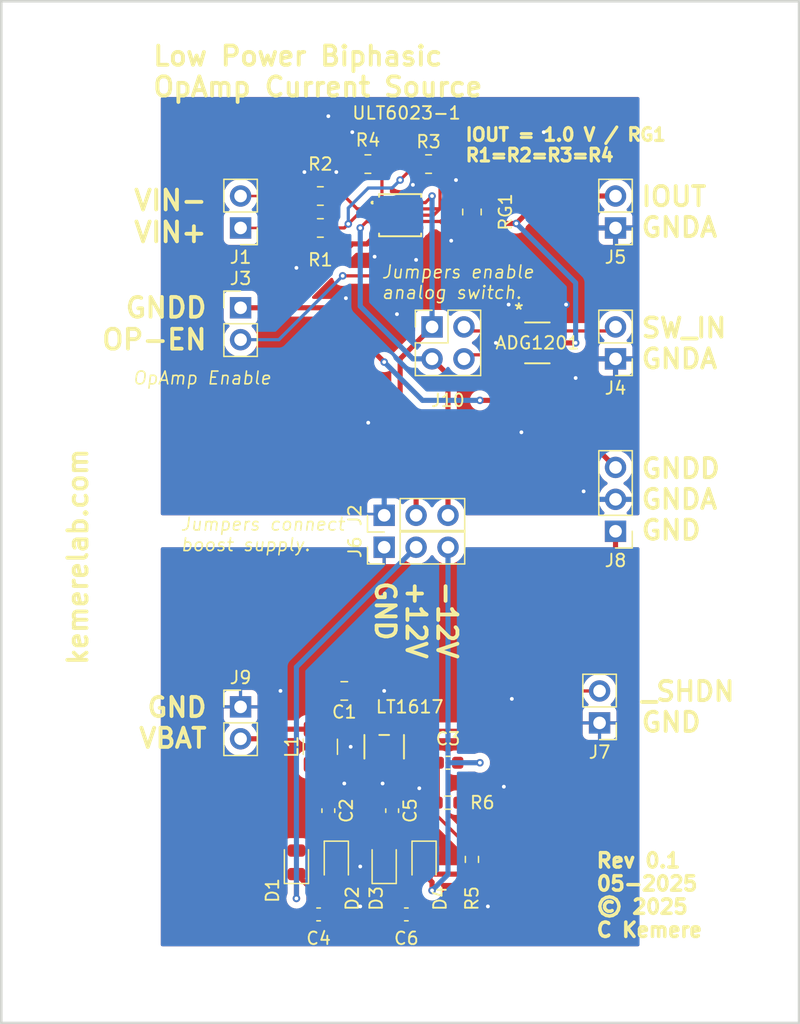
<source format=kicad_pcb>
(kicad_pcb (version 20240108) (generator "pcbnew") (generator_version "8.0")
  (layers (0 "F.Cu" signal) (31 "B.Cu" signal) (34 "B.Paste" user) (35 "F.Paste" user) (36 "B.SilkS" user "B.Silkscreen") (37 "F.SilkS" user "F.Silkscreen") (38 "B.Mask" user) (39 "F.Mask" user) (44 "Edge.Cuts" user))
  (net 0 "")
  (net 1 "GND")
  (net 2 "Net-(D1-A)")
  (net 3 "SW")
  (net 4 "VBOOST-12")
  (net 5 "NFB")
  (net 6 "VBOOST+12")
  (net 7 "Net-(D3-A)")
  (net 8 "VIN+")
  (net 9 "VIN-")
  (net 10 "IOUT")
  (net 11 "-12V")
  (net 12 "GNDD")
  (net 13 "EN")
  (net 14 "+12V")
  (net 15 "GNDA")
  (net 16 "SW_IN")
  (net 17 "_SHDN")
  (net 18 "VBAT")
  (net 19 "Net-(ADG1201-VDD)")
  (net 20 "Net-(ADG1201-VSS)")
  (net 21 "Net-(ULT6023-1-+INA)")
  (net 22 "Net-(ULT6023-1--INA)")
  (net 23 "Net-(ULT6023-1--INB)")
  (net 24 "Net-(ULT6023-1-OUTA)")
  (footprint "Resistor_SMD:R_0805_2012Metric" (layer "F.Cu") (at 92.685 51.054 180)
    (property "Reference" "R4" (at 0 1.905 0) (layer "F.SilkS"))
    (property "Value" "100k")
    (fp_line (start -0.227064 0.735) (end 0.227064 0.735) (stroke (width 0.12)) (layer "F.SilkS"))
    (fp_line (start -0.227064 -0.735) (end 0.227064 -0.735) (stroke (width 0.12)) (layer "F.SilkS"))
    (pad "1" smd roundrect (at -0.9125 0 180) (size 1.025 1.4) (layers "F.Cu" "F.Paste" "F.Mask") (roundrect_rratio 0.243902) (net 24 "Net-(ULT6023-1-OUTA)"))
    (pad "2" smd roundrect (at 0.9125 0 180) (size 1.025 1.4) (layers "F.Cu" "F.Paste" "F.Mask") (roundrect_rratio 0.243902) (net 22 "Net-(ULT6023-1--INA)"))
  )
  (footprint "Diode_SMD:D_0805_2012Metric" (layer "F.Cu") (at 97.155 106.6015 -90)
    (property "Reference" "D4" (at 2.8725 -1.27 90) (layer "F.SilkS"))
    (property "Value" "D_Schottky")
    (fp_line (start -1.685 0.96) (end 1 0.96) (stroke (width 0.12)) (layer "F.SilkS"))
    (fp_line (start -1.685 -0.96) (end -1.685 0.96) (stroke (width 0.12)) (layer "F.SilkS"))
    (fp_line (start 1 -0.96) (end -1.685 -0.96) (stroke (width 0.12)) (layer "F.SilkS"))
    (pad "1" smd roundrect (at -0.9375 0 270) (size 0.975 1.4) (layers "F.Cu" "F.Paste" "F.Mask") (net 7 "Net-(D3-A)"))
    (pad "2" smd roundrect (at 0.9375 0 270) (size 0.975 1.4) (layers "F.Cu" "F.Paste" "F.Mask") (net 4 "VBOOST-12"))
  )
  (footprint "Resistor_SMD:R_0603_1608Metric" (layer "F.Cu") (at 100.965 106.369 90)
    (property "Reference" "R5" (at -3.105 0 90) (layer "F.SilkS"))
    (property "Value" "210k")
    (fp_line (start -0.237258 -0.5225) (end 0.237258 -0.5225) (stroke (width 0.12)) (layer "F.SilkS"))
    (fp_line (start -0.237258 0.5225) (end 0.237258 0.5225) (stroke (width 0.12)) (layer "F.SilkS"))
    (pad "1" smd roundrect (at -0.825 0 90) (size 0.8 0.95) (layers "F.Cu" "F.Paste" "F.Mask") (net 4 "VBOOST-12"))
    (pad "2" smd roundrect (at 0.825 0 90) (size 0.8 0.95) (layers "F.Cu" "F.Paste" "F.Mask") (net 5 "NFB"))
  )
  (footprint "Diode_SMD:D_0805_2012Metric" (layer "F.Cu") (at 90.17 106.6015 -90)
    (property "Reference" "D2" (at 2.8725 -1.27 90) (layer "F.SilkS"))
    (property "Value" "D_Schottky")
    (fp_line (start -1.685 0.96) (end 1 0.96) (stroke (width 0.12)) (layer "F.SilkS"))
    (fp_line (start -1.685 -0.96) (end -1.685 0.96) (stroke (width 0.12)) (layer "F.SilkS"))
    (fp_line (start 1 -0.96) (end -1.685 -0.96) (stroke (width 0.12)) (layer "F.SilkS"))
    (pad "1" smd roundrect (at -0.9375 0 270) (size 0.975 1.4) (layers "F.Cu" "F.Paste" "F.Mask") (net 2 "Net-(D1-A)"))
    (pad "2" smd roundrect (at 0.9375 0 270) (size 0.975 1.4) (layers "F.Cu" "F.Paste" "F.Mask") (net 1 "GND"))
  )
  (footprint "Capacitor_SMD:C_0805_2012Metric" (layer "F.Cu") (at 90.805 92.964 180)
    (property "Reference" "C1" (at 0 -1.68 0) (layer "F.SilkS"))
    (property "Value" "4.7uF")
    (fp_line (start -0.261252 0.735) (end 0.261252 0.735) (stroke (width 0.12)) (layer "F.SilkS"))
    (fp_line (start -0.261252 -0.735) (end 0.261252 -0.735) (stroke (width 0.12)) (layer "F.SilkS"))
    (pad "1" smd roundrect (at -0.95 0 180) (size 1 1.45) (layers "F.Cu" "F.Paste" "F.Mask") (net 1 "GND"))
    (pad "2" smd roundrect (at 0.95 0 180) (size 1 1.45) (layers "F.Cu" "F.Paste" "F.Mask") (net 18 "VBAT"))
  )
  (footprint "Connector_PinHeader_2.54mm:PinHeader_1x02_P2.54mm_Vertical" (layer "F.Cu") (at 112.395 56.134 180)
    (property "Reference" "J5" (at 0 -2.33 0) (layer "F.SilkS"))
    (property "Value" "Conn_01x02_Pin")
    (fp_line (start 1.33 1.27) (end 1.33 3.87) (stroke (width 0.12)) (layer "F.SilkS"))
    (fp_line (start -1.33 3.87) (end 1.33 3.87) (stroke (width 0.12)) (layer "F.SilkS"))
    (fp_line (start -1.33 1.27) (end 1.33 1.27) (stroke (width 0.12)) (layer "F.SilkS"))
    (fp_line (start -1.33 1.27) (end -1.33 3.87) (stroke (width 0.12)) (layer "F.SilkS"))
    (fp_line (start -1.33 0) (end -1.33 -1.33) (stroke (width 0.12)) (layer "F.SilkS"))
    (fp_line (start -1.33 -1.33) (end 0 -1.33) (stroke (width 0.12)) (layer "F.SilkS"))
    (pad "1" thru_hole rect (at 0 0 180) (size 1.7 1.7) (drill 1) (layers "*.Cu" "*.Mask") (net 15 "GNDA"))
    (pad "2" thru_hole oval (at 0 2.54 180) (size 1.7 1.7) (drill 1) (layers "*.Cu" "*.Mask") (net 10 "IOUT"))
  )
  (footprint "StiMo:S_5_ADI" (layer "F.Cu") (at 93.98 97.409 90)
    (property "Reference" "LT1617" (at 3.175 2.032 0) (layer "F.SilkS"))
    (property "Value" "LT1617")
    (fp_line (start 0.9398 -1.5748) (end -0.9398 -1.5748) (stroke (width 0.1524)) (layer "F.SilkS"))
    (fp_line (start 0.9398 0.388661) (end 0.9398 -0.388661) (stroke (width 0.1524)) (layer "F.SilkS"))
    (fp_line (start -0.9398 1.5748) (end 0.9398 1.5748) (stroke (width 0.1524)) (layer "F.SilkS"))
    (pad "1" smd rect (at -1.31 -0.950001 90) (size 1.2192 0.4572) (layers "F.Cu" "F.Paste" "F.Mask") (net 3 "SW"))
    (pad "2" smd oval (at -1.31 0 90) (size 1.2192 0.4572) (layers "F.Cu" "F.Paste" "F.Mask") (net 1 "GND"))
    (pad "3" smd oval (at -1.31 0.950001 90) (size 1.2192 0.4572) (layers "F.Cu" "F.Paste" "F.Mask") (net 5 "NFB"))
    (pad "4" smd oval (at 1.31 0.950001 90) (size 1.2192 0.4572) (layers "F.Cu" "F.Paste" "F.Mask") (net 17 "_SHDN"))
    (pad "5" smd oval (at 1.31 -0.950001 90) (size 1.2192 0.4572) (layers "F.Cu" "F.Paste" "F.Mask") (net 18 "VBAT"))
  )
  (footprint "Connector_PinHeader_2.54mm:PinHeader_1x02_P2.54mm_Vertical" (layer "F.Cu") (at 82.55 62.484)
    (property "Reference" "J3" (at 0 -2.33 0) (layer "F.SilkS"))
    (property "Value" "Conn_01x02_Pin")
    (fp_line (start -1.33 -1.33) (end 0 -1.33) (stroke (width 0.12)) (layer "F.SilkS"))
    (fp_line (start -1.33 0) (end -1.33 -1.33) (stroke (width 0.12)) (layer "F.SilkS"))
    (fp_line (start -1.33 1.27) (end -1.33 3.87) (stroke (width 0.12)) (layer "F.SilkS"))
    (fp_line (start -1.33 1.27) (end 1.33 1.27) (stroke (width 0.12)) (layer "F.SilkS"))
    (fp_line (start -1.33 3.87) (end 1.33 3.87) (stroke (width 0.12)) (layer "F.SilkS"))
    (fp_line (start 1.33 1.27) (end 1.33 3.87) (stroke (width 0.12)) (layer "F.SilkS"))
    (pad "1" thru_hole rect (at 0 0) (size 1.7 1.7) (drill 1) (layers "*.Cu" "*.Mask") (net 12 "GNDD"))
    (pad "2" thru_hole oval (at 0 2.54) (size 1.7 1.7) (drill 1) (layers "*.Cu" "*.Mask") (net 13 "EN"))
  )
  (footprint "Diode_SMD:D_0805_2012Metric" (layer "F.Cu") (at 86.995 106.6015 90)
    (property "Reference" "D1" (at -2.2375 -1.905 90) (layer "F.SilkS"))
    (property "Value" "D_Schottky")
    (fp_line (start 1 -0.96) (end -1.685 -0.96) (stroke (width 0.12)) (layer "F.SilkS"))
    (fp_line (start -1.685 -0.96) (end -1.685 0.96) (stroke (width 0.12)) (layer "F.SilkS"))
    (fp_line (start -1.685 0.96) (end 1 0.96) (stroke (width 0.12)) (layer "F.SilkS"))
    (pad "1" smd roundrect (at -0.9375 0 90) (size 0.975 1.4) (layers "F.Cu" "F.Paste" "F.Mask") (net 6 "VBOOST+12"))
    (pad "2" smd roundrect (at 0.9375 0 90) (size 0.975 1.4) (layers "F.Cu" "F.Paste" "F.Mask") (net 2 "Net-(D1-A)"))
  )
  (footprint "Connector_PinHeader_2.54mm:PinHeader_1x02_P2.54mm_Vertical" (layer "F.Cu") (at 82.55 56.134 180)
    (property "Reference" "J1" (at 0 -2.33 0) (layer "F.SilkS"))
    (property "Value" "Conn_01x02_Pin")
    (fp_line (start 1.33 1.27) (end 1.33 3.87) (stroke (width 0.12)) (layer "F.SilkS"))
    (fp_line (start -1.33 3.87) (end 1.33 3.87) (stroke (width 0.12)) (layer "F.SilkS"))
    (fp_line (start -1.33 1.27) (end 1.33 1.27) (stroke (width 0.12)) (layer "F.SilkS"))
    (fp_line (start -1.33 1.27) (end -1.33 3.87) (stroke (width 0.12)) (layer "F.SilkS"))
    (fp_line (start -1.33 0) (end -1.33 -1.33) (stroke (width 0.12)) (layer "F.SilkS"))
    (fp_line (start -1.33 -1.33) (end 0 -1.33) (stroke (width 0.12)) (layer "F.SilkS"))
    (pad "1" thru_hole rect (at 0 0 180) (size 1.7 1.7) (drill 1) (layers "*.Cu" "*.Mask") (net 8 "VIN+"))
    (pad "2" thru_hole oval (at 0 2.54 180) (size 1.7 1.7) (drill 1) (layers "*.Cu" "*.Mask") (net 9 "VIN-"))
  )
  (footprint "Resistor_SMD:R_0805_2012Metric" (layer "F.Cu") (at 88.9 56.134)
    (property "Reference" "R1" (at 0 2.54 0) (layer "F.SilkS"))
    (property "Value" "100k")
    (fp_line (start -0.227064 -0.735) (end 0.227064 -0.735) (stroke (width 0.12)) (layer "F.SilkS"))
    (fp_line (start -0.227064 0.735) (end 0.227064 0.735) (stroke (width 0.12)) (layer "F.SilkS"))
    (pad "1" smd roundrect (at -0.9125 0) (size 1.025 1.4) (layers "F.Cu" "F.Paste" "F.Mask") (roundrect_rratio 0.243902) (net 8 "VIN+"))
    (pad "2" smd roundrect (at 0.9125 0) (size 1.025 1.4) (layers "F.Cu" "F.Paste" "F.Mask") (roundrect_rratio 0.243902) (net 21 "Net-(ULT6023-1-+INA)"))
  )
  (footprint "Capacitor_SMD:C_0603_1608Metric" (layer "F.Cu") (at 89.535 102.489 -90)
    (property "Reference" "C2" (at 0 -1.43 90) (layer "F.SilkS"))
    (property "Value" "1uF")
    (fp_line (start -0.14058 0.51) (end 0.14058 0.51) (stroke (width 0.12)) (layer "F.SilkS"))
    (fp_line (start -0.14058 -0.51) (end 0.14058 -0.51) (stroke (width 0.12)) (layer "F.SilkS"))
    (pad "1" smd roundrect (at -0.775 0 270) (size 0.9 0.95) (layers "F.Cu" "F.Paste" "F.Mask") (net 3 "SW"))
    (pad "2" smd roundrect (at 0.775 0 270) (size 0.9 0.95) (layers "F.Cu" "F.Paste" "F.Mask") (net 2 "Net-(D1-A)"))
  )
  (footprint "Capacitor_SMD:C_0603_1608Metric" (layer "F.Cu") (at 94.615 102.489 -90)
    (property "Reference" "C5" (at 0 -1.43 90) (layer "F.SilkS"))
    (property "Value" "1uF")
    (fp_line (start -0.14058 0.51) (end 0.14058 0.51) (stroke (width 0.12)) (layer "F.SilkS"))
    (fp_line (start -0.14058 -0.51) (end 0.14058 -0.51) (stroke (width 0.12)) (layer "F.SilkS"))
    (pad "1" smd roundrect (at -0.775 0 270) (size 0.9 0.95) (layers "F.Cu" "F.Paste" "F.Mask") (net 3 "SW"))
    (pad "2" smd roundrect (at 0.775 0 270) (size 0.9 0.95) (layers "F.Cu" "F.Paste" "F.Mask") (net 7 "Net-(D3-A)"))
  )
  (footprint "Connector_PinHeader_2.54mm:PinHeader_1x02_P2.54mm_Vertical" (layer "F.Cu") (at 112.395 66.548 180)
    (property "Reference" "J4" (at 0 -2.33 0) (layer "F.SilkS"))
    (property "Value" "Conn_01x02_Pin")
    (fp_line (start 1.33 1.27) (end 1.33 3.87) (stroke (width 0.12)) (layer "F.SilkS"))
    (fp_line (start -1.33 3.87) (end 1.33 3.87) (stroke (width 0.12)) (layer "F.SilkS"))
    (fp_line (start -1.33 1.27) (end 1.33 1.27) (stroke (width 0.12)) (layer "F.SilkS"))
    (fp_line (start -1.33 1.27) (end -1.33 3.87) (stroke (width 0.12)) (layer "F.SilkS"))
    (fp_line (start -1.33 0) (end -1.33 -1.33) (stroke (width 0.12)) (layer "F.SilkS"))
    (fp_line (start -1.33 -1.33) (end 0 -1.33) (stroke (width 0.12)) (layer "F.SilkS"))
    (pad "1" thru_hole rect (at 0 0 180) (size 1.7 1.7) (drill 1) (layers "*.Cu" "*.Mask") (net 15 "GNDA"))
    (pad "2" thru_hole oval (at 0 2.54 180) (size 1.7 1.7) (drill 1) (layers "*.Cu" "*.Mask") (net 16 "SW_IN"))
  )
  (footprint "Diode_SMD:D_0805_2012Metric" (layer "F.Cu") (at 93.98 106.6015 90)
    (property "Reference" "D3" (at -2.8725 -0.635 90) (layer "F.SilkS"))
    (property "Value" "D_Schottky")
    (fp_line (start 1 -0.96) (end -1.685 -0.96) (stroke (width 0.12)) (layer "F.SilkS"))
    (fp_line (start -1.685 -0.96) (end -1.685 0.96) (stroke (width 0.12)) (layer "F.SilkS"))
    (fp_line (start -1.685 0.96) (end 1 0.96) (stroke (width 0.12)) (layer "F.SilkS"))
    (pad "1" smd roundrect (at -0.9375 0 90) (size 0.975 1.4) (layers "F.Cu" "F.Paste" "F.Mask") (net 1 "GND"))
    (pad "2" smd roundrect (at 0.9375 0 90) (size 0.975 1.4) (layers "F.Cu" "F.Paste" "F.Mask") (net 7 "Net-(D3-A)"))
  )
  (footprint "Connector_PinHeader_2.54mm:PinHeader_1x02_P2.54mm_Vertical" (layer "F.Cu") (at 82.55 94.234)
    (property "Reference" "J9" (at 0 -2.33 0) (layer "F.SilkS"))
    (property "Value" "Conn_01x02_Pin")
    (fp_line (start -1.33 -1.33) (end 0 -1.33) (stroke (width 0.12)) (layer "F.SilkS"))
    (fp_line (start -1.33 0) (end -1.33 -1.33) (stroke (width 0.12)) (layer "F.SilkS"))
    (fp_line (start -1.33 1.27) (end -1.33 3.87) (stroke (width 0.12)) (layer "F.SilkS"))
    (fp_line (start -1.33 1.27) (end 1.33 1.27) (stroke (width 0.12)) (layer "F.SilkS"))
    (fp_line (start -1.33 3.87) (end 1.33 3.87) (stroke (width 0.12)) (layer "F.SilkS"))
    (fp_line (start 1.33 1.27) (end 1.33 3.87) (stroke (width 0.12)) (layer "F.SilkS"))
    (pad "1" thru_hole rect (at 0 0) (size 1.7 1.7) (drill 1) (layers "*.Cu" "*.Mask") (net 1 "GND"))
    (pad "2" thru_hole oval (at 0 2.54) (size 1.7 1.7) (drill 1) (layers "*.Cu" "*.Mask") (net 18 "VBAT"))
  )
  (footprint "Connector_PinHeader_2.54mm:PinHeader_2x02_P2.54mm_Vertical" (layer "F.Cu") (at 97.79 64.008)
    (property "Reference" "J10" (at 1.27 5.842 0) (layer "F.SilkS"))
    (property "Value" "Conn_02x02_Odd_Even")
    (fp_line (start -1.33 -1.33) (end 0 -1.33) (stroke (width 0.12)) (layer "F.SilkS"))
    (fp_line (start -1.33 0) (end -1.33 -1.33) (stroke (width 0.12)) (layer "F.SilkS"))
    (fp_line (start -1.33 1.27) (end -1.33 3.87) (stroke (width 0.12)) (layer "F.SilkS"))
    (fp_line (start -1.33 1.27) (end 1.27 1.27) (stroke (width 0.12)) (layer "F.SilkS"))
    (fp_line (start -1.33 3.87) (end 3.87 3.87) (stroke (width 0.12)) (layer "F.SilkS"))
    (fp_line (start 1.27 -1.33) (end 3.87 -1.33) (stroke (width 0.12)) (layer "F.SilkS"))
    (fp_line (start 1.27 1.27) (end 1.27 -1.33) (stroke (width 0.12)) (layer "F.SilkS"))
    (fp_line (start 3.87 -1.33) (end 3.87 3.87) (stroke (width 0.12)) (layer "F.SilkS"))
    (pad "1" thru_hole rect (at 0 0) (size 1.7 1.7) (drill 1) (layers "*.Cu" "*.Mask") (net 14 "+12V"))
    (pad "2" thru_hole oval (at 2.54 0) (size 1.7 1.7) (drill 1) (layers "*.Cu" "*.Mask") (net 19 "Net-(ADG1201-VDD)"))
    (pad "3" thru_hole oval (at 0 2.54) (size 1.7 1.7) (drill 1) (layers "*.Cu" "*.Mask") (net 11 "-12V"))
    (pad "4" thru_hole oval (at 2.54 2.54) (size 1.7 1.7) (drill 1) (layers "*.Cu" "*.Mask") (net 20 "Net-(ADG1201-VSS)"))
  )
  (footprint "Resistor_SMD:R_0603_1608Metric" (layer "F.Cu") (at 99.06 101.854)
    (property "Reference" "R6" (at 2.73 0 0) (layer "F.SilkS"))
    (property "Value" "24.9k")
    (fp_line (start -0.237258 -0.5225) (end 0.237258 -0.5225) (stroke (width 0.12)) (layer "F.SilkS"))
    (fp_line (start -0.237258 0.5225) (end 0.237258 0.5225) (stroke (width 0.12)) (layer "F.SilkS"))
    (pad "1" smd roundrect (at -0.825 0) (size 0.8 0.95) (layers "F.Cu" "F.Paste" "F.Mask") (net 5 "NFB"))
    (pad "2" smd roundrect (at 0.825 0) (size 0.8 0.95) (layers "F.Cu" "F.Paste" "F.Mask") (net 1 "GND"))
  )
  (footprint "Capacitor_SMD:C_0603_1608Metric" (layer "F.Cu") (at 99.06 98.679 180)
    (property "Reference" "C3" (at 0 1.905 0) (layer "F.SilkS"))
    (property "Value" "100pF")
    (fp_line (start -0.14058 0.51) (end 0.14058 0.51) (stroke (width 0.12)) (layer "F.SilkS"))
    (fp_line (start -0.14058 -0.51) (end 0.14058 -0.51) (stroke (width 0.12)) (layer "F.SilkS"))
    (pad "1" smd roundrect (at -0.775 0 180) (size 0.9 0.95) (layers "F.Cu" "F.Paste" "F.Mask") (net 4 "VBOOST-12"))
    (pad "2" smd roundrect (at 0.775 0 180) (size 0.9 0.95) (layers "F.Cu" "F.Paste" "F.Mask") (net 5 "NFB"))
  )
  (footprint "Capacitor_SMD:C_0603_1608Metric" (layer "F.Cu") (at 95.745 110.744 180)
    (property "Reference" "C6" (at 0 -1.905 0) (layer "F.SilkS"))
    (property "Value" "1uF")
    (fp_line (start -0.14058 0.51) (end 0.14058 0.51) (stroke (width 0.12)) (layer "F.SilkS"))
    (fp_line (start -0.14058 -0.51) (end 0.14058 -0.51) (stroke (width 0.12)) (layer "F.SilkS"))
    (pad "1" smd roundrect (at -0.775 0 180) (size 0.9 0.95) (layers "F.Cu" "F.Paste" "F.Mask") (net 4 "VBOOST-12"))
    (pad "2" smd roundrect (at 0.775 0 180) (size 0.9 0.95) (layers "F.Cu" "F.Paste" "F.Mask") (net 1 "GND"))
  )
  (footprint "Connector_PinHeader_2.54mm:PinHeader_1x03_P2.54mm_Vertical" (layer "F.Cu") (at 93.98 78.994 90)
    (property "Reference" "J2" (at 0 -2.33 90) (layer "F.SilkS"))
    (property "Value" "Conn_01x03_Pin")
    (fp_line (start -1.33 -1.33) (end 0 -1.33) (stroke (width 0.12)) (layer "F.SilkS"))
    (fp_line (start -1.33 0) (end -1.33 -1.33) (stroke (width 0.12)) (layer "F.SilkS"))
    (fp_line (start 1.33 1.27) (end 1.33 6.41) (stroke (width 0.12)) (layer "F.SilkS"))
    (fp_line (start -1.33 1.27) (end 1.33 1.27) (stroke (width 0.12)) (layer "F.SilkS"))
    (fp_line (start -1.33 1.27) (end -1.33 6.41) (stroke (width 0.12)) (layer "F.SilkS"))
    (fp_line (start -1.33 6.41) (end 1.33 6.41) (stroke (width 0.12)) (layer "F.SilkS"))
    (pad "1" thru_hole rect (at 0 0 90) (size 1.7 1.7) (drill 1) (layers "*.Cu" "*.Mask") (net 15 "GNDA"))
    (pad "2" thru_hole oval (at 0 2.54 90) (size 1.7 1.7) (drill 1) (layers "*.Cu" "*.Mask") (net 14 "+12V"))
    (pad "3" thru_hole oval (at 0 5.08 90) (size 1.7 1.7) (drill 1) (layers "*.Cu" "*.Mask") (net 11 "-12V"))
  )
  (footprint "Capacitor_SMD:C_0603_1608Metric" (layer "F.Cu") (at 88.76 110.744)
    (property "Reference" "C4" (at 0 1.905 0) (layer "F.SilkS"))
    (property "Value" "1uF")
    (fp_line (start -0.14058 -0.51) (end 0.14058 -0.51) (stroke (width 0.12)) (layer "F.SilkS"))
    (fp_line (start -0.14058 0.51) (end 0.14058 0.51) (stroke (width 0.12)) (layer "F.SilkS"))
    (pad "1" smd roundrect (at -0.775 0) (size 0.9 0.95) (layers "F.Cu" "F.Paste" "F.Mask") (net 6 "VBOOST+12"))
    (pad "2" smd roundrect (at 0.775 0) (size 0.9 0.95) (layers "F.Cu" "F.Paste" "F.Mask") (net 1 "GND"))
  )
  (footprint "Resistor_SMD:R_0805_2012Metric" (layer "F.Cu") (at 88.9 53.594)
    (property "Reference" "R2" (at 0 -2.54 0) (layer "F.SilkS"))
    (property "Value" "100k")
    (fp_line (start -0.227064 -0.735) (end 0.227064 -0.735) (stroke (width 0.12)) (layer "F.SilkS"))
    (fp_line (start -0.227064 0.735) (end 0.227064 0.735) (stroke (width 0.12)) (layer "F.SilkS"))
    (pad "1" smd roundrect (at -0.9125 0) (size 1.025 1.4) (layers "F.Cu" "F.Paste" "F.Mask") (roundrect_rratio 0.243902) (net 9 "VIN-"))
    (pad "2" smd roundrect (at 0.9125 0) (size 1.025 1.4) (layers "F.Cu" "F.Paste" "F.Mask") (roundrect_rratio 0.243902) (net 22 "Net-(ULT6023-1--INA)"))
  )
  (footprint "StiMo:DFN-10_DD_LIT" (layer "F.Cu") (at 95.25 55.118)
    (property "Reference" "ULT6023-1" (at 0.508 -8.128 0) (layer "F.SilkS"))
    (property "Value" "LT6023HDD-1-PBF")
    (fp_line (start -1.6764 -1.6764) (end -1.6764 -1.459741) (stroke (width 0.1524)) (layer "F.SilkS"))
    (fp_line (start -1.6764 1.459741) (end -1.6764 1.6764) (stroke (width 0.1524)) (layer "F.SilkS"))
    (fp_line (start -1.6764 1.6764) (end 1.6764 1.6764) (stroke (width 0.1524)) (layer "F.SilkS"))
    (fp_line (start 1.6764 -1.6764) (end -1.6764 -1.6764) (stroke (width 0.1524)) (layer "F.SilkS"))
    (fp_line (start 1.6764 -1.459741) (end 1.6764 -1.6764) (stroke (width 0.1524)) (layer "F.SilkS"))
    (fp_line (start 1.6764 1.6764) (end 1.6764 1.459741) (stroke (width 0.1524)) (layer "F.SilkS"))
    (fp_arc (start -2.18694 -0.926171) (mid -2.282 -1) (end -2.18694 -1.073829) (stroke (width 0.1524)) (layer "F.SilkS"))
    (pad "1" smd rect (at -1.4478 -1.000001) (size 0.8128 0.254) (layers "F.Cu" "F.Paste" "F.Mask") (net 24 "Net-(ULT6023-1-OUTA)"))
    (pad "2" smd rect (at -1.4478 -0.499999) (size 0.8128 0.254) (layers "F.Cu" "F.Paste" "F.Mask") (net 22 "Net-(ULT6023-1--INA)"))
    (pad "3" smd rect (at -1.4478 0) (size 0.8128 0.254) (layers "F.Cu" "F.Paste" "F.Mask") (net 21 "Net-(ULT6023-1-+INA)"))
    (pad "4" smd rect (at -1.4478 0.499999) (size 0.8128 0.254) (layers "F.Cu" "F.Paste" "F.Mask") (net 11 "-12V"))
    (pad "5" smd rect (at -1.4478 1.000001) (size 0.8128 0.254) (layers "F.Cu" "F.Paste" "F.Mask") (net 12 "GNDD"))
    (pad "6" smd rect (at 1.4478 1.000001) (size 0.8128 0.254) (layers "F.Cu" "F.Paste" "F.Mask") (net 13 "EN"))
    (pad "7" smd rect (at 1.4478 0.499999) (size 0.8128 0.254) (layers "F.Cu" "F.Paste" "F.Mask") (net 10 "IOUT"))
    (pad "8" smd rect (at 1.4478 0) (size 0.8128 0.254) (layers "F.Cu" "F.Paste" "F.Mask") (net 23 "Net-(ULT6023-1--INB)"))
    (pad "9" smd rect (at 1.4478 -0.499999) (size 0.8128 0.254) (layers "F.Cu" "F.Paste" "F.Mask") (net 23 "Net-(ULT6023-1--INB)"))
    (pad "10" smd rect (at 1.4478 -1.000001) (size 0.8128 0.254) (layers "F.Cu" "F.Paste" "F.Mask") (net 14 "+12V"))
    (pad "11" smd rect (at 0 0) (size 1.7526 2.4892) (layers "F.Cu" "F.Paste" "F.Mask") (net 11 "-12V"))
  )
  (footprint "Connector_PinHeader_2.54mm:PinHeader_1x02_P2.54mm_Vertical" (layer "F.Cu") (at 111.125 95.509 180)
    (property "Reference" "J7" (at 0 -2.33 0) (layer "F.SilkS"))
    (property "Value" "Conn_01x02_Pin")
    (fp_line (start 1.33 1.27) (end 1.33 3.87) (stroke (width 0.12)) (layer "F.SilkS"))
    (fp_line (start -1.33 3.87) (end 1.33 3.87) (stroke (width 0.12)) (layer "F.SilkS"))
    (fp_line (start -1.33 1.27) (end 1.33 1.27) (stroke (width 0.12)) (layer "F.SilkS"))
    (fp_line (start -1.33 1.27) (end -1.33 3.87) (stroke (width 0.12)) (layer "F.SilkS"))
    (fp_line (start -1.33 0) (end -1.33 -1.33) (stroke (width 0.12)) (layer "F.SilkS"))
    (fp_line (start -1.33 -1.33) (end 0 -1.33) (stroke (width 0.12)) (layer "F.SilkS"))
    (pad "1" thru_hole rect (at 0 0 180) (size 1.7 1.7) (drill 1) (layers "*.Cu" "*.Mask") (net 1 "GND"))
    (pad "2" thru_hole oval (at 0 2.54 180) (size 1.7 1.7) (drill 1) (layers "*.Cu" "*.Mask") (net 17 "_SHDN"))
  )
  (footprint "StiMo:RJ_6_ADI" (layer "F.Cu") (at 106.172 65.278)
    (property "Reference" "ADG1201" (at 0 0 0) (layer "F.SilkS"))
    (property "Value" "ADG1201")
    (fp_line (start -0.9779 1.6256) (end 0.9779 1.6256) (stroke (width 0.1524)) (layer "F.SilkS"))
    (fp_line (start 0.9779 -1.6256) (end -0.9779 -1.6256) (stroke (width 0.1524)) (layer "F.SilkS"))
    (fp_text user "*" (at -1.4732 -2.601 0) (layer "F.SilkS"))
    (fp_text user "*" (at -1.4732 -2.601 0) (layer "F.SilkS"))
    (pad "1" smd rect (at -1.2192 -0.950001) (size 1.27 0.508) (layers "F.Cu" "F.Paste" "F.Mask") (net 19 "Net-(ADG1201-VDD)"))
    (pad "2" smd rect (at -1.2192 0) (size 1.27 0.508) (layers "F.Cu" "F.Paste" "F.Mask") (net 15 "GNDA"))
    (pad "3" smd rect (at -1.2192 0.950001) (size 1.27 0.508) (layers "F.Cu" "F.Paste" "F.Mask") (net 20 "Net-(ADG1201-VSS)"))
    (pad "4" smd rect (at 1.2192 0.950001) (size 1.27 0.508) (layers "F.Cu" "F.Paste" "F.Mask") (net 15 "GNDA"))
    (pad "5" smd rect (at 1.2192 0) (size 1.27 0.508) (layers "F.Cu" "F.Paste" "F.Mask") (net 10 "IOUT"))
    (pad "6" smd rect (at 1.2192 -0.950001) (size 1.27 0.508) (layers "F.Cu" "F.Paste" "F.Mask") (net 16 "SW_IN"))
  )
  (footprint "Resistor_SMD:R_0805_2012Metric" (layer "F.Cu") (at 97.5125 51.054 180)
    (property "Reference" "R3" (at 0 1.778 0) (layer "F.SilkS"))
    (property "Value" "100k")
    (fp_line (start -0.227064 0.735) (end 0.227064 0.735) (stroke (width 0.12)) (layer "F.SilkS"))
    (fp_line (start -0.227064 -0.735) (end 0.227064 -0.735) (stroke (width 0.12)) (layer "F.SilkS"))
    (pad "1" smd roundrect (at -0.9125 0 180) (size 1.025 1.4) (layers "F.Cu" "F.Paste" "F.Mask") (roundrect_rratio 0.243902) (net 23 "Net-(ULT6023-1--INB)"))
    (pad "2" smd roundrect (at 0.9125 0 180) (size 1.025 1.4) (layers "F.Cu" "F.Paste" "F.Mask") (roundrect_rratio 0.243902) (net 21 "Net-(ULT6023-1-+INA)"))
  )
  (footprint "Inductor_SMD:L_1210_3225Metric" (layer "F.Cu") (at 88.9 97.409 90)
    (property "Reference" "L1" (at 0 -2.28 90) (layer "F.SilkS"))
    (property "Value" "22uH")
    (fp_line (start -0.602064 -1.36) (end 0.602064 -1.36) (stroke (width 0.12)) (layer "F.SilkS"))
    (fp_line (start -0.602064 1.36) (end 0.602064 1.36) (stroke (width 0.12)) (layer "F.SilkS"))
    (pad "1" smd roundrect (at -1.4 0 90) (size 1.25 2.65) (layers "F.Cu" "F.Paste" "F.Mask") (roundrect_rratio 0.2) (net 3 "SW"))
    (pad "2" smd roundrect (at 1.4 0 90) (size 1.25 2.65) (layers "F.Cu" "F.Paste" "F.Mask") (roundrect_rratio 0.2) (net 18 "VBAT"))
  )
  (footprint "Resistor_SMD:R_0805_2012Metric" (layer "F.Cu") (at 100.965 54.864 90)
    (property "Reference" "RG1" (at 0 2.667 90) (layer "F.SilkS"))
    (property "Value" "10k")
    (fp_line (start -0.227064 -0.735) (end 0.227064 -0.735) (stroke (width 0.12)) (layer "F.SilkS"))
    (fp_line (start -0.227064 0.735) (end 0.227064 0.735) (stroke (width 0.12)) (layer "F.SilkS"))
    (pad "1" smd roundrect (at -0.9125 0 90) (size 1.025 1.4) (layers "F.Cu" "F.Paste" "F.Mask") (roundrect_rratio 0.243902) (net 10 "IOUT"))
    (pad "2" smd roundrect (at 0.9125 0 90) (size 1.025 1.4) (layers "F.Cu" "F.Paste" "F.Mask") (roundrect_rratio 0.243902) (net 24 "Net-(ULT6023-1-OUTA)"))
  )
  (footprint "Connector_PinHeader_2.54mm:PinHeader_1x03_P2.54mm_Vertical" (layer "F.Cu") (at 112.395 80.264 180)
    (property "Reference" "J8" (at 0 -2.33 0) (layer "F.SilkS"))
    (property "Value" "Conn_01x03_Pin")
    (fp_line (start 1.33 1.27) (end 1.33 6.41) (stroke (width 0.12)) (layer "F.SilkS"))
    (fp_line (start -1.33 6.41) (end 1.33 6.41) (stroke (width 0.12)) (layer "F.SilkS"))
    (fp_line (start -1.33 1.27) (end 1.33 1.27) (stroke (width 0.12)) (layer "F.SilkS"))
    (fp_line (start -1.33 1.27) (end -1.33 6.41) (stroke (width 0.12)) (layer "F.SilkS"))
    (fp_line (start -1.33 0) (end -1.33 -1.33) (stroke (width 0.12)) (layer "F.SilkS"))
    (fp_line (start -1.33 -1.33) (end 0 -1.33) (stroke (width 0.12)) (layer "F.SilkS"))
    (pad "1" thru_hole rect (at 0 0 180) (size 1.7 1.7) (drill 1) (layers "*.Cu" "*.Mask") (net 1 "GND"))
    (pad "2" thru_hole oval (at 0 2.54 180) (size 1.7 1.7) (drill 1) (layers "*.Cu" "*.Mask") (net 15 "GNDA"))
    (pad "3" thru_hole oval (at 0 5.08 180) (size 1.7 1.7) (drill 1) (layers "*.Cu" "*.Mask") (net 12 "GNDD"))
  )
  (footprint "Connector_PinHeader_2.54mm:PinHeader_1x03_P2.54mm_Vertical" (layer "F.Cu") (at 93.98 81.534 90)
    (property "Reference" "J6" (at 0 -2.33 90) (layer "F.SilkS"))
    (property "Value" "Conn_01x03_Pin")
    (fp_line (start -1.33 -1.33) (end 0 -1.33) (stroke (width 0.12)) (layer "F.SilkS"))
    (fp_line (start -1.33 0) (end -1.33 -1.33) (stroke (width 0.12)) (layer "F.SilkS"))
    (fp_line (start 1.33 1.27) (end 1.33 6.41) (stroke (width 0.12)) (layer "F.SilkS"))
    (fp_line (start -1.33 1.27) (end 1.33 1.27) (stroke (width 0.12)) (layer "F.SilkS"))
    (fp_line (start -1.33 1.27) (end -1.33 6.41) (stroke (width 0.12)) (layer "F.SilkS"))
    (fp_line (start -1.33 6.41) (end 1.33 6.41) (stroke (width 0.12)) (layer "F.SilkS"))
    (pad "1" thru_hole rect (at 0 0 90) (size 1.7 1.7) (drill 1) (layers "*.Cu" "*.Mask") (net 1 "GND"))
    (pad "2" thru_hole oval (at 0 2.54 90) (size 1.7 1.7) (drill 1) (layers "*.Cu" "*.Mask") (net 6 "VBOOST+12"))
    (pad "3" thru_hole oval (at 0 5.08 90) (size 1.7 1.7) (drill 1) (layers "*.Cu" "*.Mask") (net 4 "VBOOST-12"))
  )
  (gr_rect (start 63.5 38.1) (end 127 119.38) (stroke (width 0.2)) (fill none) (layer "Edge.Cuts"))
  (gr_text "VIN-\nVIN+" (at 80.01 57.404 0) (layer "F.SilkS") (effects (font (size 1.5748 1.5748) (thickness 0.3048) (bold yes)) (justify right bottom)))
  (gr_text "IOUT\nGNDA" (at 114.3 54.864 0) (layer "F.SilkS") (effects (font (size 1.524 1.524) (thickness 0.3048) (bold yes)) (justify left)))
  (gr_text "Jumpers connect\nboost supply." (at 77.724 80.518 0) (layer "F.SilkS") (effects (font (size 1.016 1.016) (thickness 0.127) (italic yes)) (justify left)))
  (gr_text "Rev 0.1\n05-2025\n© 2025\nC Kemere\n" (at 110.744 109.22 0) (layer "F.SilkS") (effects (font (size 1.143 1.143) (thickness 0.2794) (bold yes)) (justify left)))
  (gr_text "-12V\n+12V\nGND" (at 96.52 84.074 270) (layer "F.SilkS") (effects (font (size 1.524 1.524) (thickness 0.3048) (bold yes)) (justify left)))
  (gr_text "Low Power Biphasic\nOpAmp Current Source" (at 75.438 43.688 0) (layer "F.SilkS") (effects (font (size 1.524 1.524) (thickness 0.3048) (bold yes)) (justify left)))
  (gr_text "IOUT = 1.0 V / RG1\nR1=R2=R3=R4" (at 100.33 49.53 0) (layer "F.SilkS") (effects (font (size 1.016 1.016) (thickness 0.254) (bold yes)) (justify left)))
  (gr_text "GND\nVBAT" (at 80.01 95.504 0) (layer "F.SilkS") (effects (font (size 1.524 1.524) (thickness 0.3048) (bold yes)) (justify right)))
  (gr_text "SW_IN\nGNDA\n\n" (at 114.3 66.548 0) (layer "F.SilkS") (effects (font (size 1.524 1.524) (thickness 0.3048) (bold yes)) (justify left)))
  (gr_text "GNDD\nGNDA\nGND" (at 114.3 77.724 0) (layer "F.SilkS") (effects (font (size 1.524 1.524) (thickness 0.3048) (bold yes)) (justify left)))
  (gr_text "Jumpers enable\nanalog switch." (at 93.726 60.452 0) (layer "F.SilkS") (effects (font (size 1.016 1.016) (thickness 0.127) (italic yes)) (justify left)))
  (gr_text "_SHDN\nGND" (at 114.3 94.234 0) (layer "F.SilkS") (effects (font (size 1.524 1.524) (thickness 0.3048) (bold yes)) (justify left)))
  (gr_text "OpAmp Enable" (at 73.914 68.072 0) (layer "F.SilkS") (effects (font (size 1.016 1.016) (thickness 0.127) (italic yes)) (justify left)))
  (gr_text "GNDD\nOP-EN\n" (at 80.01 63.754 0) (layer "F.SilkS") (effects (font (size 1.5748 1.5748) (thickness 0.3048) (bold yes)) (justify right)))
  (gr_text "kemerelab.com" (at 69.596 91.059 90) (layer "F.SilkS") (effects (font (size 1.524 1.524) (thickness 0.3048) (bold yes)) (justify left)))
  (segment (start 112.395 80.264) (end 112.395 82.169) (width 0.4064) (layer "F.Cu") (net 1))
  (segment (start 112.395 82.169) (end 111.76 82.804) (width 0.4064) (layer "F.Cu") (net 1))
  (via (at 92.075 110.109) (size 0.6) (drill 0.3) (layers "F.Cu" "B.Cu") (net 1))
  (via (at 91.313 97.409) (size 0.6) (drill 0.3) (layers "F.Cu" "B.Cu") (net 1))
  (via (at 103.505 100.584) (size 0.6) (drill 0.3) (layers "F.Cu" "B.Cu") (net 1))
  (via (at 102.235 110.109) (size 0.6) (drill 0.3) (layers "F.Cu" "B.Cu") (net 1))
  (via (at 93.98 92.964) (size 0.6) (drill 0.3) (layers "F.Cu" "B.Cu") (net 1))
  (via (at 93.853 100.33) (size 0.6) (drill 0.3) (layers "F.Cu" "B.Cu") (net 1))
  (via (at 90.805 100.33) (size 0.6) (drill 0.3) (layers "F.Cu" "B.Cu") (net 1))
  (via (at 92.075 106.934) (size 0.6) (drill 0.3) (layers "F.Cu" "B.Cu") (net 1))
  (via (at 104.14 93.599) (size 0.6) (drill 0.3) (layers "F.Cu" "B.Cu") (net 1))
  (via (at 85.725 92.964) (size 0.6) (drill 0.3) (layers "F.Cu" "B.Cu") (net 1))
  (via (at 96.774 100.711) (size 0.6) (drill 0.3) (layers "F.Cu" "B.Cu") (net 1))
  (segment (start 88.265 105.664) (end 86.995 105.664) (width 0.4064) (layer "F.Cu") (net 2))
  (segment (start 89.535 105.029) (end 90.17 105.664) (width 0.4064) (layer "F.Cu") (net 2))
  (segment (start 89.535 104.394) (end 88.265 105.664) (width 0.4064) (layer "F.Cu") (net 2))
  (segment (start 89.535 103.264) (end 89.535 104.394) (width 0.4064) (layer "F.Cu") (net 2))
  (segment (start 89.535 103.264) (end 89.535 105.029) (width 0.4064) (layer "F.Cu") (net 2))
  (segment (start 92.075 98.809) (end 92.939999 98.809) (width 0.4064) (layer "F.Cu") (net 3))
  (segment (start 92.075 100.584) (end 93.205 101.714) (width 0.4064) (layer "F.Cu") (net 3))
  (segment (start 93.205 101.714) (end 94.615 101.714) (width 0.4064) (layer "F.Cu") (net 3))
  (segment (start 90.945 101.714) (end 92.075 100.584) (width 0.4064) (layer "F.Cu") (net 3))
  (segment (start 92.075 100.584) (end 92.075 98.809) (width 0.4064) (layer "F.Cu") (net 3))
  (segment (start 89.535 101.714) (end 90.945 101.714) (width 0.4064) (layer "F.Cu") (net 3))
  (segment (start 88.9 98.809) (end 92.075 98.809) (width 0.4064) (layer "F.Cu") (net 3))
  (segment (start 92.939999 98.809) (end 93.029999 98.719) (width 0.4064) (layer "F.Cu") (net 3))
  (segment (start 96.52 108.174) (end 96.52 110.744) (width 0.4064) (layer "F.Cu") (net 4))
  (segment (start 100.62 107.539) (end 100.965 107.194) (width 0.4064) (layer "F.Cu") (net 4))
  (segment (start 97.79 108.839) (end 97.79 108.174) (width 0.4064) (layer "F.Cu") (net 4))
  (segment (start 97.79 108.174) (end 97.155 107.539) (width 0.4064) (layer "F.Cu") (net 4))
  (segment (start 101.6 98.679) (end 99.835 98.679) (width 0.4064) (layer "F.Cu") (net 4))
  (segment (start 97.155 107.539) (end 100.62 107.539) (width 0.4064) (layer "F.Cu") (net 4))
  (segment (start 97.155 107.539) (end 96.52 108.174) (width 0.4064) (layer "F.Cu") (net 4))
  (via (at 97.79 108.839) (size 0.6) (drill 0.3) (layers "F.Cu" "B.Cu") (net 4))
  (via (at 101.6 98.679) (size 0.6) (drill 0.3) (layers "F.Cu" "B.Cu") (net 4))
  (segment (start 99.06 98.679) (end 99.06 107.569) (width 0.4064) (layer "B.Cu") (net 4))
  (segment (start 99.06 98.679) (end 101.6 98.679) (width 0.4064) (layer "B.Cu") (net 4))
  (segment (start 99.06 107.569) (end 97.79 108.839) (width 0.4064) (layer "B.Cu") (net 4))
  (segment (start 99.06 81.534) (end 99.06 98.679) (width 0.4064) (layer "B.Cu") (net 4))
  (segment (start 100.845 105.544) (end 100.965 105.544) (width 0.254) (layer "F.Cu") (net 5))
  (segment (start 98.285 98.679) (end 98.285 101.804) (width 0.254) (layer "F.Cu") (net 5))
  (segment (start 98.235 101.854) (end 98.235 102.934) (width 0.254) (layer "F.Cu") (net 5))
  (segment (start 98.285 101.804) (end 98.235 101.854) (width 0.254) (layer "F.Cu") (net 5))
  (segment (start 94.930001 98.719) (end 98.385 98.719) (width 0.254) (layer "F.Cu") (net 5))
  (segment (start 98.235 102.934) (end 100.845 105.544) (width 0.254) (layer "F.Cu") (net 5))
  (segment (start 86.995 109.474) (end 86.995 107.539) (width 0.4064) (layer "F.Cu") (net 6))
  (segment (start 86.995 107.539) (end 87.985 108.529) (width 0.4064) (layer "F.Cu") (net 6))
  (segment (start 87.985 108.529) (end 87.985 110.744) (width 0.4064) (layer "F.Cu") (net 6))
  (via (at 86.995 109.474) (size 0.6) (drill 0.3) (layers "F.Cu" "B.Cu") (net 6))
  (segment (start 96.52 81.534) (end 86.995 91.059) (width 0.4064) (layer "B.Cu") (net 6))
  (segment (start 86.995 91.059) (end 86.995 109.474) (width 0.4064) (layer "B.Cu") (net 6))
  (segment (start 94.615 104.394) (end 94.615 105.029) (width 0.4064) (layer "F.Cu") (net 7))
  (segment (start 94.615 103.264) (end 94.615 104.394) (width 0.4064) (layer "F.Cu") (net 7))
  (segment (start 95.885 105.664) (end 97.155 105.664) (width 0.4064) (layer "F.Cu") (net 7))
  (segment (start 94.615 104.394) (end 95.885 105.664) (width 0.4064) (layer "F.Cu") (net 7))
  (segment (start 94.615 105.029) (end 93.98 105.664) (width 0.4064) (layer "F.Cu") (net 7))
  (segment (start 82.55 56.134) (end 87.9875 56.134) (width 0.2) (layer "F.Cu") (net 8))
  (segment (start 87.9875 53.594) (end 82.55 53.594) (width 0.2) (layer "F.Cu") (net 9))
  (segment (start 106.68 53.594) (end 112.395 53.594) (width 0.4064) (layer "F.Cu") (net 10))
  (segment (start 98.543999 55.617999) (end 98.552 55.626) (width 0.254) (layer "F.Cu") (net 10))
  (segment (start 98.7025 55.7765) (end 98.552 55.626) (width 0.4064) (layer "F.Cu") (net 10))
  (segment (start 96.6978 55.617999) (end 98.543999 55.617999) (width 0.254) (layer "F.Cu") (net 10))
  (segment (start 107.3912 65.278) (end 109.22 65.278) (width 0.4064) (layer "F.Cu") (net 10))
  (segment (start 100.822498 55.633998) (end 100.965 55.7765) (width 0.4064) (layer "F.Cu") (net 10))
  (segment (start 104.4975 55.7765) (end 106.68 53.594) (width 0.4064) (layer "F.Cu") (net 10))
  (segment (start 107.0102 65.278) (end 107.3912 65.278) (width 0.4064) (layer "F.Cu") (net 10))
  (segment (start 100.965 55.7765) (end 104.4975 55.7765) (width 0.4064) (layer "F.Cu") (net 10))
  (segment (start 100.965 55.7765) (end 98.7025 55.7765) (width 0.4064) (layer "F.Cu") (net 10))
  (segment (start 100.806499 55.617999) (end 100.965 55.7765) (width 0.4064) (layer "F.Cu") (net 10))
  (via (at 109.22 65.278) (size 0.6) (drill 0.3) (layers "F.Cu" "B.Cu") (net 10))
  (via (at 104.4975 55.7765) (size 0.6) (drill 0.3) (layers "F.Cu" "B.Cu") (net 10))
  (segment (start 109.22 60.499) (end 104.4975 55.7765) (width 0.4064) (layer "B.Cu") (net 10))
  (segment (start 109.22 65.278) (end 109.22 60.499) (width 0.4064) (layer "B.Cu") (net 10))
  (segment (start 97.79 66.548) (end 99.06 67.818) (width 0.4064) (layer "F.Cu") (net 11))
  (segment (start 93.8022 55.617999) (end 94.750001 55.617999) (width 0.254) (layer "F.Cu") (net 11))
  (segment (start 93.8022 55.633998) (end 92.575002 55.633998) (width 0.254) (layer "F.Cu") (net 11))
  (segment (start 92.575002 55.633998) (end 92.075 56.134) (width 0.254) (layer "F.Cu") (net 11))
  (segment (start 94.750001 55.617999) (end 95.25 55.118) (width 0.254) (layer "F.Cu") (net 11))
  (segment (start 94.750001 55.633998) (end 95.25 55.133999) (width 0.2032) (layer "F.Cu") (net 11))
  (segment (start 99.06 67.818) (end 99.06 78.994) (width 0.4064) (layer "F.Cu") (net 11))
  (via (at 92.075 56.134) (size 0.6) (drill 0.3) (layers "F.Cu" "B.Cu") (net 11))
  (segment (start 92.075 56.134) (end 92.075 62.357) (width 0.4064) (layer "B.Cu") (net 11))
  (segment (start 92.075 62.357) (end 96.266 66.548) (width 0.4064) (layer "B.Cu") (net 11))
  (segment (start 96.266 66.548) (end 97.79 66.548) (width 0.4064) (layer "B.Cu") (net 11))
  (segment (start 91.44 57.404) (end 92.616398 57.404) (width 0.4064) (layer "F.Cu") (net 12))
  (segment (start 86.36 62.484) (end 91.44 57.404) (width 0.4064) (layer "F.Cu") (net 12))
  (segment (start 86.36 62.484) (end 89.662 62.484) (width 0.4064) (layer "F.Cu") (net 12))
  (segment (start 92.616398 57.404) (end 93.8022 56.218198) (width 0.4064) (layer "F.Cu") (net 12))
  (segment (start 107.061 69.85) (end 112.395 75.184) (width 0.4064) (layer "F.Cu") (net 12))
  (segment (start 89.662 62.484) (end 93.98 66.802) (width 0.4064) (layer "F.Cu") (net 12))
  (segment (start 82.55 62.484) (end 86.36 62.484) (width 0.4064) (layer "F.Cu") (net 12))
  (segment (start 101.6 69.85) (end 107.061 69.85) (width 0.4064) (layer "F.Cu") (net 12))
  (via (at 101.6 69.85) (size 0.6) (drill 0.3) (layers "F.Cu" "B.Cu") (net 12))
  (via (at 93.98 66.802) (size 0.6) (drill 0.3) (layers "F.Cu" "B.Cu") (net 12))
  (segment (start 97.028 69.85) (end 101.6 69.85) (width 0.4064) (layer "B.Cu") (net 12))
  (segment (start 93.98 66.802) (end 97.028 69.85) (width 0.4064) (layer "B.Cu") (net 12))
  (segment (start 96.6978 56.134) (end 96.6978 56.461) (width 0.254) (layer "F.Cu") (net 13))
  (segment (start 93.2148 59.944) (end 90.678 59.944) (width 0.254) (layer "F.Cu") (net 13))
  (segment (start 96.6978 56.461) (end 93.2148 59.944) (width 0.254) (layer "F.Cu") (net 13))
  (via (at 90.678 59.944) (size 0.6) (drill 0.3) (layers "F.Cu" "B.Cu") (net 13))
  (segment (start 82.55 65.024) (end 85.598 65.024) (width 0.254) (layer "B.Cu") (net 13))
  (segment (start 85.598 65.024) (end 90.678 59.944) (width 0.254) (layer "B.Cu") (net 13))
  (segment (start 96.52 76.2) (end 96.52 78.994) (width 0.4064) (layer "F.Cu") (net 14))
  (segment (start 97.266001 54.117999) (end 97.79 53.594) (width 0.254) (layer "F.Cu") (net 14))
  (segment (start 95.25 74.93) (end 96.52 76.2) (width 0.4064) (layer "F.Cu") (net 14))
  (segment (start 97.79 64.008) (end 95.25 66.548) (width 0.4064) (layer "F.Cu") (net 14))
  (segment (start 95.25 66.548) (end 95.25 74.93) (width 0.4064) (layer "F.Cu") (net 14))
  (segment (start 96.6978 54.117999) (end 97.266001 54.117999) (width 0.254) (layer "F.Cu") (net 14))
  (via (at 97.79 53.594) (size 0.6) (drill 0.3) (layers "F.Cu" "B.Cu") (net 14))
  (segment (start 97.79 64.008) (end 97.79 53.594) (width 0.4064) (layer "B.Cu") (net 14))
  (segment (start 105.608099 65.278) (end 104.9528 65.278) (width 0.254) (layer "F.Cu") (net 15))
  (segment (start 106.5581 66.228001) (end 105.608099 65.278) (width 0.254) (layer "F.Cu") (net 15))
  (segment (start 107.3912 66.228001) (end 106.5581 66.228001) (width 0.254) (layer "F.Cu") (net 15))
  (via (at 103.886 62.23) (size 0.6) (drill 0.3) (layers "F.Cu" "B.Cu") (net 15))
  (via (at 90.932 61.722) (size 0.6) (drill 0.3) (layers "F.Cu" "B.Cu") (net 15))
  (via (at 99.314 57.15) (size 0.6) (drill 0.3) (layers "F.Cu" "B.Cu") (net 15))
  (via (at 108.458 62.23) (size 0.6) (drill 0.3) (layers "F.Cu" "B.Cu") (net 15))
  (via (at 96.266 52.705) (size 0.6) (drill 0.3) (layers "F.Cu" "B.Cu") (net 15))
  (via (at 91.44 48.514) (size 0.6) (drill 0.3) (layers "F.Cu" "B.Cu") (net 15))
  (via (at 86.995 59.309) (size 0.6) (drill 0.3) (layers "F.Cu" "B.Cu") (net 15))
  (via (at 94.996 62.992) (size 0.6) (drill 0.3) (layers "F.Cu" "B.Cu") (net 15))
  (via (at 104.902 72.39) (size 0.6) (drill 0.3) (layers "F.Cu" "B.Cu") (net 15))
  (via (at 109.22 68.072) (size 0.6) (drill 0.3) (layers "F.Cu" "B.Cu") (net 15))
  (via (at 99.695 52.324) (size 0.6) (drill 0.3) (layers "F.Cu" "B.Cu") (net 15))
  (via (at 102.87 65.278) (size 0.6) (drill 0.3) (layers "F.Cu" "B.Cu") (net 15))
  (via (at 90.17 51.689) (size 0.6) (drill 0.3) (layers "F.Cu" "B.Cu") (net 15))
  (via (at 96.52 58.674) (size 0.6) (drill 0.3) (layers "F.Cu" "B.Cu") (net 15))
  (via (at 87.63 51.689) (size 0.6) (drill 0.3) (layers "F.Cu" "B.Cu") (net 15))
  (via (at 106.68 48.514) (size 0.6) (drill 0.3) (layers "F.Cu" "B.Cu") (net 15))
  (via (at 109.855 77.089) (size 0.6) (drill 0.3) (layers "F.Cu" "B.Cu") (net 15))
  (via (at 92.71 71.628) (size 0.6) (drill 0.3) (layers "F.Cu" "B.Cu") (net 15))
  (via (at 89.535 47.244) (size 0.6) (drill 0.3) (layers "F.Cu" "B.Cu") (net 15))
  (via (at 93.218 58.42) (size 0.6) (drill 0.3) (layers "F.Cu" "B.Cu") (net 15))
  (segment (start 112.075001 64.327999) (end 112.395 64.008) (width 0.254) (layer "F.Cu") (net 16))
  (segment (start 107.3912 64.327999) (end 112.075001 64.327999) (width 0.254) (layer "F.Cu") (net 16))
  (segment (start 94.930001 96.099) (end 105.45 96.099) (width 0.254) (layer "F.Cu") (net 17))
  (segment (start 108.58 92.969) (end 111.125 92.969) (width 0.254) (layer "F.Cu") (net 17))
  (segment (start 105.45 96.099) (end 108.58 92.969) (width 0.254) (layer "F.Cu") (net 17))
  (segment (start 85.855 96.009) (end 85.09 96.774) (width 0.4064) (layer "F.Cu") (net 18))
  (segment (start 88.9 93.919) (end 89.855 92.964) (width 0.4064) (layer "F.Cu") (net 18))
  (segment (start 85.09 96.774) (end 82.55 96.774) (width 0.4064) (layer "F.Cu") (net 18))
  (segment (start 88.9 96.009) (end 85.855 96.009) (width 0.4064) (layer "F.Cu") (net 18))
  (segment (start 92.939999 96.009) (end 93.029999 96.099) (width 0.4064) (layer "F.Cu") (net 18))
  (segment (start 88.9 96.009) (end 92.939999 96.009) (width 0.4064) (layer "F.Cu") (net 18))
  (segment (start 88.9 96.009) (end 88.9 93.919) (width 0.4064) (layer "F.Cu") (net 18))
  (segment (start 100.649999 64.327999) (end 100.33 64.008) (width 0.254) (layer "F.Cu") (net 19))
  (segment (start 104.9528 64.327999) (end 100.649999 64.327999) (width 0.254) (layer "F.Cu") (net 19))
  (segment (start 104.9528 66.228001) (end 100.649999 66.228001) (width 0.254) (layer "F.Cu") (net 20))
  (segment (start 100.649999 66.228001) (end 100.33 66.548) (width 0.254) (layer "F.Cu") (net 20))
  (segment (start 96.52 51.054) (end 95.25 52.324) (width 0.254) (layer "F.Cu") (net 21))
  (segment (start 90.805 56.134) (end 89.8125 56.134) (width 0.254) (layer "F.Cu") (net 21))
  (segment (start 96.6 51.054) (end 96.52 51.054) (width 0.254) (layer "F.Cu") (net 21))
  (segment (start 93.8022 55.118) (end 91.821 55.118) (width 0.254) (layer "F.Cu") (net 21))
  (segment (start 91.821 55.118) (end 90.805 56.134) (width 0.254) (layer "F.Cu") (net 21))
  (via (at 95.25 52.324) (size 0.6) (drill 0.3) (layers "F.Cu" "B.Cu") (net 21))
  (via (at 91.1225 55.8165) (size 0.6) (drill 0.3) (layers "F.Cu" "B.Cu") (net 21))
  (segment (start 91.1225 55.8165) (end 91.1225 54.5465) (width 0.254) (layer "B.Cu") (net 21))
  (segment (start 94.615 52.959) (end 95.25 52.324) (width 0.254) (layer "B.Cu") (net 21))
  (segment (start 92.71 52.959) (end 94.615 52.959) (width 0.254) (layer "B.Cu") (net 21))
  (segment (start 91.1225 54.5465) (end 92.71 52.959) (width 0.254) (layer "B.Cu") (net 21))
  (segment (start 93.8022 54.618001) (end 91.829001 54.618001) (width 0.254) (layer "F.Cu") (net 22))
  (segment (start 91.7725 52.6265) (end 91.7725 51.054) (width 0.254) (layer "F.Cu") (net 22))
  (segment (start 90.805 53.594) (end 89.8125 53.594) (width 0.254) (layer "F.Cu") (net 22))
  (segment (start 91.829001 54.618001) (end 90.805 53.594) (width 0.254) (layer "F.Cu") (net 22))
  (segment (start 90.805 53.594) (end 91.7725 52.6265) (width 0.254) (layer "F.Cu") (net 22))
  (segment (start 97.917 55.118) (end 98.425 54.61) (width 0.254) (layer "F.Cu") (net 23))
  (segment (start 98.425 54.61) (end 98.044 54.61) (width 0.254) (layer "F.Cu") (net 23))
  (segment (start 98.425 51.054) (end 98.425 54.61) (width 0.254) (layer "F.Cu") (net 23))
  (segment (start 98.044 54.61) (end 98.035999 54.618001) (width 0.254) (layer "F.Cu") (net 23))
  (segment (start 96.6978 55.118) (end 97.917 55.118) (width 0.254) (layer "F.Cu") (net 23))
  (segment (start 98.035999 54.618001) (end 96.6978 54.618001) (width 0.254) (layer "F.Cu") (net 23))
  (segment (start 93.8022 54.133998) (end 93.8022 51.2587) (width 0.254) (layer "F.Cu") (net 24))
  (segment (start 95.25 48.514) (end 99.695 48.514) (width 0.254) (layer "F.Cu") (net 24))
  (segment (start 100.965 49.784) (end 100.965 53.9515) (width 0.254) (layer "F.Cu") (net 24))
  (segment (start 93.8022 51.2587) (end 93.5975 51.054) (width 0.254) (layer "F.Cu") (net 24))
  (segment (start 93.5975 51.054) (end 93.5975 50.1665) (width 0.254) (layer "F.Cu") (net 24))
  (segment (start 93.5975 50.1665) (end 95.25 48.514) (width 0.254) (layer "F.Cu") (net 24))
  (segment (start 99.695 48.514) (end 100.965 49.784) (width 0.254) (layer "F.Cu") (net 24))
  (zone (net 15) (net_name "GNDA") (layers "F&B.Cu") (connect_pads (clearance 0.5)) (min_thickness 0.25) (fill yes (thermal_gap 0.5) (thermal_bridge_width 0.4064))
    (polygon (pts (xy 114.3 45.72) (xy 76.2 45.72) (xy 76.2 78.994) (xy 114.3 78.994)))
  )
  (zone (net 1) (net_name "GND") (layers "F&B.Cu") (priority 1) (connect_pads (clearance 0.5)) (min_thickness 0.25) (fill yes (thermal_gap 0.5) (thermal_bridge_width 0.254))
    (polygon (pts (xy 114.3 81.534) (xy 76.2 81.534) (xy 76.2 113.284) (xy 114.3 113.284)))
  )
)
</source>
